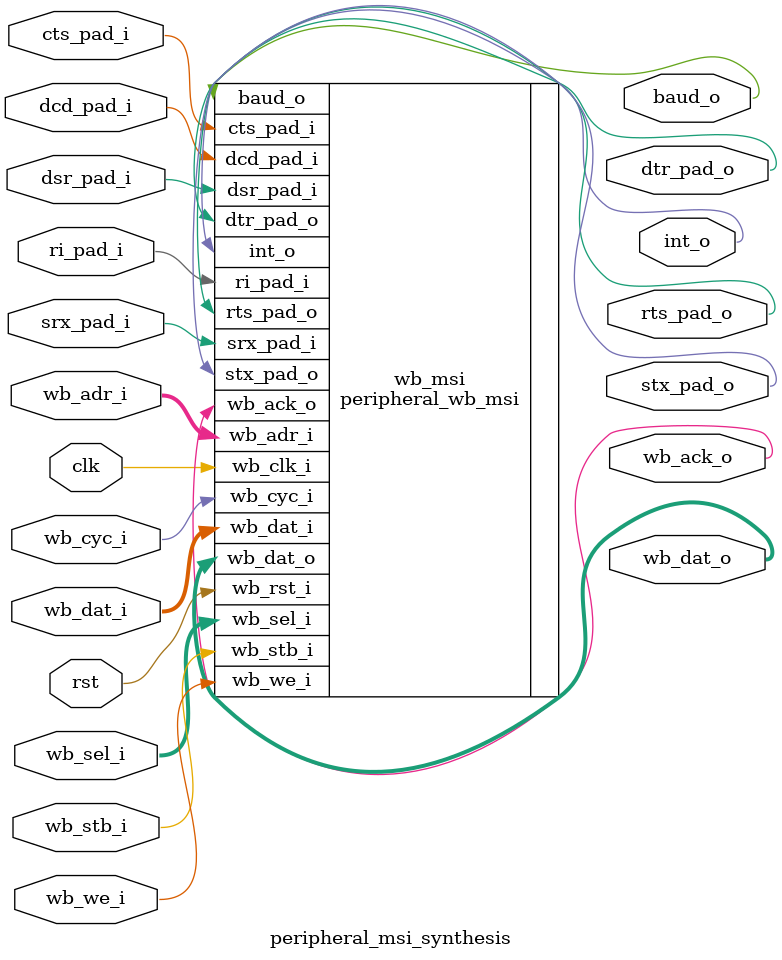
<source format=sv>

/* Copyright (c) 2018-2019 by the author(s)
 *
 * Permission is hereby granted, free of charge, to any person obtaining a copy
 * of this software and associated documentation files (the "Software"), to deal
 * in the Software without restriction, including without limitation the rights
 * to use, copy, modify, merge, publish, distribute, sublicense, and/or sell
 * copies of the Software, and to permit persons to whom the Software is
 * furnished to do so, subject to the following conditions:
 *
 * The above copyright notice and this permission notice shall be included in
 * all copies or substantial portions of the Software.
 *
 * THE SOFTWARE IS PROVIDED "AS IS", WITHOUT WARRANTY OF ANY KIND, EXPRESS OR
 * IMPLIED, INCLUDING BUT NOT LIMITED TO THE WARRANTIES OF MERCHANTABILITY,
 * FITNESS FOR A PARTICULAR PURPOSE AND NONINFRINGEMENT. IN NO EVENT SHALL THE
 * AUTHORS OR COPYRIGHT HOLDERS BE LIABLE FOR ANY CLAIM, DAMAGES OR OTHER
 * LIABILITY, WHETHER IN AN ACTION OF CONTRACT, TORT OR OTHERWISE, ARISING FROM,
 * OUT OF OR IN CONNECTION WITH THE SOFTWARE OR THE USE OR OTHER DEALINGS IN
 * THE SOFTWARE.
 *
 * =============================================================================
 * Author(s):
 *   Paco Reina Campo <pacoreinacampo@queenfield.tech>
 */

module peripheral_msi_synthesis #(
  parameter SIM   = 0,
  parameter DEBUG = 0
)
  (
    input                  clk,
    input                  rst,

    // WISHBONE interface
    input  [2:0]           wb_adr_i,
    input  [7:0]           wb_dat_i,
    output [7:0]           wb_dat_o,
    input                  wb_we_i,
    input                  wb_stb_i,
    input                  wb_cyc_i,
    input  [3:0]           wb_sel_i,
    output                 wb_ack_o,
    output                 int_o,

    // UART signals
    input                  srx_pad_i,
    output                 stx_pad_o,
    output                 rts_pad_o,
    input                  cts_pad_i,
    output                 dtr_pad_o,
    input                  dsr_pad_i,
    input                  ri_pad_i,
    input                  dcd_pad_i,

    // optional baudrate output
    output baud_o
  );

  //////////////////////////////////////////////////////////////////
  //
  // Module Body
  //

  //DUT WB
  peripheral_wb_msi #(
    .SIM   (SIM),
    .DEBUG (DEBUG)
  )
  wb_msi (
    .wb_clk_i (clk),
    .wb_rst_i (rst),

    // WISHBONE interface
    .wb_adr_i (wb_adr_i),
    .wb_dat_i (wb_dat_i),
    .wb_dat_o (wb_dat_o),
    .wb_we_i  (wb_we_i ),
    .wb_stb_i (wb_stb_i),
    .wb_cyc_i (wb_cyc_i),
    .wb_sel_i (wb_sel_i),
    .wb_ack_o (wb_ack_o),
    .int_o    (int_o),

    // UART  signals
    .srx_pad_i (srx_pad_i),
    .stx_pad_o (stx_pad_o),
    .rts_pad_o (rts_pad_o),
    .cts_pad_i (cts_pad_i),
    .dtr_pad_o (dtr_pad_o),
    .dsr_pad_i (dsr_pad_i),
    .ri_pad_i  (ri_pad_i ),
    .dcd_pad_i (dcd_pad_i),

    // optional baudrate output
    .baud_o (baud_o)
  );
endmodule

</source>
